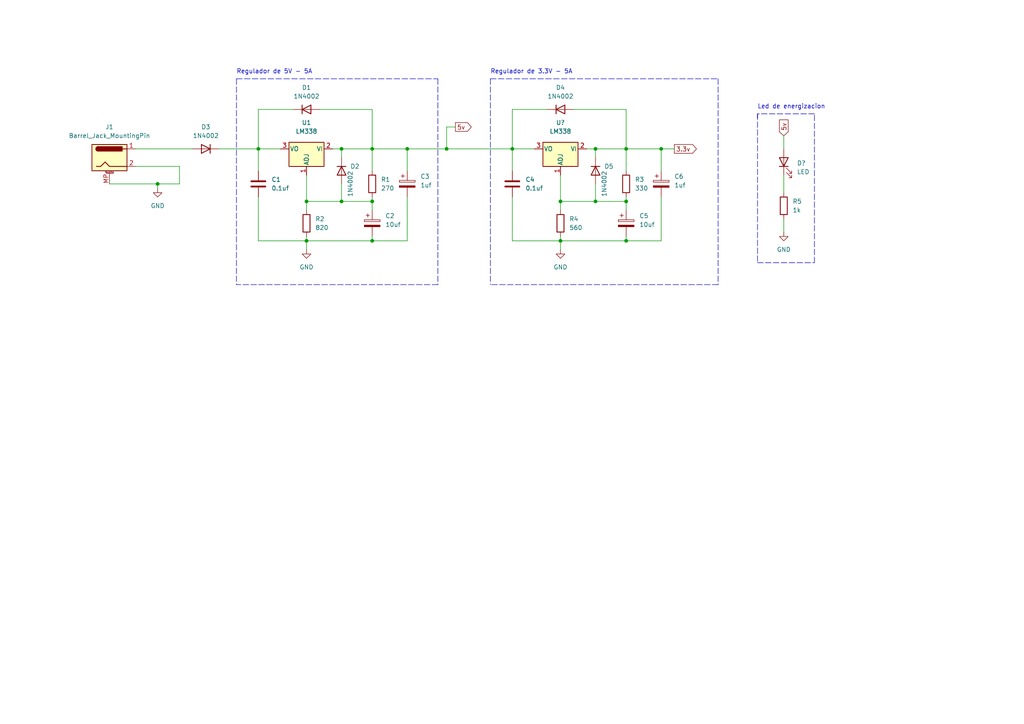
<source format=kicad_sch>
(kicad_sch (version 20211123) (generator eeschema)
  (paper "A4")
  (lib_symbols
    (symbol "Connector:Barrel_Jack_MountingPin" (pin_names hide)
      (property "Reference" "J" (at 0 5.334 0))
      (property "Value" "Barrel_Jack_MountingPin" (at 1.27 -6.35 0))
      (symbol "Barrel_Jack_MountingPin_0_1"
        (rectangle (start -5.08 3.81) (end 5.08 -3.81) (stroke (width 0.254)) (fill (type background)))
        (arc (start -3.302 3.175) (mid -3.937 2.54) (end -3.302 1.905) (stroke (width 0.254)))
        (arc (start -3.302 3.175) (mid -3.937 2.54) (end -3.302 1.905) (stroke (width 0.254)) (fill (type outline)))
        (polyline (pts (xy 5.08 2.54) (xy 3.81 2.54)) (stroke (width 0.254)))
        (polyline (pts (xy -3.81 -2.54) (xy -2.54 -2.54) (xy -1.27 -1.27) (xy 0 -2.54) (xy 2.54 -2.54) (xy 5.08 -2.54)) (stroke (width 0.254)))
        (rectangle (start 3.683 3.175) (end -3.302 1.905) (stroke (width 0.254)) (fill (type outline)))
      )
      (symbol "Barrel_Jack_MountingPin_1_1"
        (polyline (pts (xy -1.016 -4.572) (xy 1.016 -4.572)) (stroke (width 0.1524)))
        (text "Mounting" (at 0 -4.191 0) (effects (font (size 0.381 0.381))))
        (pin passive line (at 7.62 2.54 180) (length 2.54) (name "~") (number "1"))
        (pin passive line (at 7.62 -2.54 180) (length 2.54) (name "~") (number "2"))
        (pin passive line (at 0 -7.62 90) (length 3.048) (name "MountPin") (number "MP"))
      )
    )
    (symbol "Device:C" (pin_numbers hide) (pin_names (offset 0.254))
      (property "Reference" "C" (at 0.635 2.54 0))
      (property "Value" "C" (at 0.635 -2.54 0))
      (symbol "C_0_1"
        (polyline (pts (xy -2.032 -0.762) (xy 2.032 -0.762)) (stroke (width 0.508)))
        (polyline (pts (xy -2.032 0.762) (xy 2.032 0.762)) (stroke (width 0.508)))
      )
      (symbol "C_1_1"
        (pin passive line (at 0 3.81 270) (length 2.794) (name "~") (number "1"))
        (pin passive line (at 0 -3.81 90) (length 2.794) (name "~") (number "2"))
      )
    )
    (symbol "Device:C_Polarized" (pin_numbers hide) (pin_names (offset 0.254))
      (property "Reference" "C" (at 0.635 2.54 0))
      (property "Value" "C_Polarized" (at 0.635 -2.54 0))
      (symbol "C_Polarized_0_1"
        (rectangle (start -2.286 0.508) (end 2.286 1.016))
        (polyline (pts (xy -1.778 2.286) (xy -0.762 2.286)))
        (polyline (pts (xy -1.27 2.794) (xy -1.27 1.778)))
        (rectangle (start 2.286 -0.508) (end -2.286 -1.016) (fill (type outline)))
      )
      (symbol "C_Polarized_1_1"
        (pin passive line (at 0 3.81 270) (length 2.794) (name "~") (number "1"))
        (pin passive line (at 0 -3.81 90) (length 2.794) (name "~") (number "2"))
      )
    )
    (symbol "Device:LED" (pin_numbers hide) (pin_names (offset 1.016) hide)
      (property "Reference" "D" (at 0 2.54 0))
      (property "Value" "LED" (at 0 -2.54 0))
      (symbol "LED_0_1"
        (polyline (pts (xy -1.27 -1.27) (xy -1.27 1.27)) (stroke (width 0.254)))
        (polyline (pts (xy -1.27 0) (xy 1.27 0)))
        (polyline (pts (xy 1.27 -1.27) (xy 1.27 1.27) (xy -1.27 0) (xy 1.27 -1.27)) (stroke (width 0.254)))
        (polyline (pts (xy -3.048 -0.762) (xy -4.572 -2.286) (xy -3.81 -2.286) (xy -4.572 -2.286) (xy -4.572 -1.524)))
        (polyline (pts (xy -1.778 -0.762) (xy -3.302 -2.286) (xy -2.54 -2.286) (xy -3.302 -2.286) (xy -3.302 -1.524)))
      )
      (symbol "LED_1_1"
        (pin passive line (at -3.81 0 0) (length 2.54) (name "K") (number "1"))
        (pin passive line (at 3.81 0 180) (length 2.54) (name "A") (number "2"))
      )
    )
    (symbol "Device:R" (pin_numbers hide) (pin_names (offset 0))
      (property "Reference" "R" (at 2.032 0 90))
      (property "Value" "R" (at 0 0 90))
      (symbol "R_0_1"
        (rectangle (start -1.016 -2.54) (end 1.016 2.54) (stroke (width 0.254)))
      )
      (symbol "R_1_1"
        (pin passive line (at 0 3.81 270) (length 1.27) (name "~") (number "1"))
        (pin passive line (at 0 -3.81 90) (length 1.27) (name "~") (number "2"))
      )
    )
    (symbol "Diode:1N4002" (pin_numbers hide) (pin_names (offset 1.016) hide)
      (property "Reference" "D" (at 0 2.54 0))
      (property "Value" "1N4002" (at 0 -2.54 0))
      (symbol "1N4002_0_1"
        (polyline (pts (xy -1.27 1.27) (xy -1.27 -1.27)) (stroke (width 0.254)))
        (polyline (pts (xy 1.27 0) (xy -1.27 0)))
        (polyline (pts (xy 1.27 1.27) (xy 1.27 -1.27) (xy -1.27 0) (xy 1.27 1.27)) (stroke (width 0.254)))
      )
      (symbol "1N4002_1_1"
        (pin passive line (at -3.81 0 0) (length 2.54) (name "K") (number "1"))
        (pin passive line (at 3.81 0 180) (length 2.54) (name "A") (number "2"))
      )
    )
    (symbol "Regulator_Linear:LM337_TO220" (pin_names (offset 0.254))
      (property "Reference" "U" (at -3.81 -3.175 0))
      (property "Value" "LM337_TO220" (at 0 -3.175 0))
      (symbol "LM337_TO220_0_1"
        (rectangle (start -5.08 5.08) (end 5.08 -1.905) (stroke (width 0.254)) (fill (type background)))
      )
      (symbol "LM337_TO220_1_1"
        (pin input line (at 0 7.62 270) (length 2.54) (name "ADJ") (number "1"))
        (pin power_in line (at -7.62 0 0) (length 2.54) (name "VI") (number "2"))
        (pin power_out line (at 7.62 0 180) (length 2.54) (name "VO") (number "3"))
      )
    )
    (symbol "power:GND" (power) (pin_names (offset 0))
      (property "Value" "GND" (at 0 -3.81 0))
      (symbol "GND_0_1"
        (polyline (pts (xy 0 0) (xy 0 -1.27) (xy 1.27 -1.27) (xy 0 -2.54) (xy -1.27 -1.27) (xy 0 -1.27)))
      )
      (symbol "GND_1_1"
        (pin power_in line (at 0 0 270) (length 0) hide (name "GND") (number "1"))
      )
    )
  )
  (junction (at 172.72 43.18))
  (junction (at 162.56 58.42))
  (junction (at 107.95 43.18))
  (junction (at 129.54 43.18))
  (junction (at 162.56 69.85))
  (junction (at 191.77 43.18))
  (junction (at 172.72 58.42))
  (junction (at 181.61 69.85))
  (junction (at 45.72 53.34))
  (junction (at 99.06 58.42))
  (junction (at 88.9 69.85))
  (junction (at 118.11 43.18))
  (junction (at 99.06 43.18))
  (junction (at 107.95 58.42))
  (junction (at 88.9 58.42))
  (junction (at 107.95 69.85))
  (junction (at 181.61 43.18))
  (junction (at 148.59 43.18))
  (junction (at 74.93 43.18))
  (junction (at 181.61 58.42))
  (polyline (pts (xy 208.28 22.86) (xy 208.28 82.55)))
  (polyline (pts (xy 219.71 76.2) (xy 236.22 76.2)))
  (polyline (pts (xy 142.24 22.86) (xy 208.28 22.86)))
  (polyline (pts (xy 127 22.86) (xy 127 82.55)))
  (wire (pts (xy 181.61 69.85) (xy 191.77 69.85)))
  (wire (pts (xy 107.95 43.18) (xy 118.11 43.18)))
  (wire (pts (xy 148.59 57.15) (xy 148.59 69.85)))
  (wire (pts (xy 129.54 36.83) (xy 129.54 43.18)))
  (wire (pts (xy 107.95 57.15) (xy 107.95 58.42)))
  (wire (pts (xy 99.06 43.18) (xy 99.06 45.72)))
  (wire (pts (xy 166.37 31.75) (xy 181.61 31.75)))
  (wire (pts (xy 181.61 57.15) (xy 181.61 58.42)))
  (wire (pts (xy 107.95 68.58) (xy 107.95 69.85)))
  (wire (pts (xy 107.95 31.75) (xy 107.95 43.18)))
  (wire (pts (xy 92.71 31.75) (xy 107.95 31.75)))
  (wire (pts (xy 88.9 58.42) (xy 88.9 60.96)))
  (wire (pts (xy 107.95 69.85) (xy 118.11 69.85)))
  (polyline (pts (xy 219.71 33.02) (xy 219.71 76.2)))
  (wire (pts (xy 172.72 43.18) (xy 181.61 43.18)))
  (polyline (pts (xy 127 82.55) (xy 68.58 82.55)))
  (wire (pts (xy 63.5 43.18) (xy 74.93 43.18)))
  (wire (pts (xy 129.54 43.18) (xy 148.59 43.18)))
  (polyline (pts (xy 236.22 76.2) (xy 236.22 33.02)))
  (wire (pts (xy 181.61 31.75) (xy 181.61 43.18)))
  (wire (pts (xy 74.93 69.85) (xy 88.9 69.85)))
  (wire (pts (xy 88.9 69.85) (xy 107.95 69.85)))
  (polyline (pts (xy 68.58 22.86) (xy 68.58 82.55)))
  (wire (pts (xy 162.56 68.58) (xy 162.56 69.85)))
  (wire (pts (xy 227.33 39.37) (xy 227.33 43.18)))
  (wire (pts (xy 132.08 36.83) (xy 129.54 36.83)))
  (wire (pts (xy 172.72 58.42) (xy 181.61 58.42)))
  (wire (pts (xy 88.9 58.42) (xy 99.06 58.42)))
  (polyline (pts (xy 236.22 33.02) (xy 219.71 33.02)))
  (wire (pts (xy 107.95 43.18) (xy 107.95 49.53)))
  (wire (pts (xy 148.59 31.75) (xy 148.59 43.18)))
  (wire (pts (xy 181.61 43.18) (xy 181.61 49.53)))
  (wire (pts (xy 99.06 53.34) (xy 99.06 58.42)))
  (wire (pts (xy 162.56 69.85) (xy 181.61 69.85)))
  (wire (pts (xy 74.93 43.18) (xy 74.93 49.53)))
  (wire (pts (xy 74.93 31.75) (xy 74.93 43.18)))
  (wire (pts (xy 172.72 43.18) (xy 172.72 45.72)))
  (wire (pts (xy 181.61 43.18) (xy 191.77 43.18)))
  (wire (pts (xy 172.72 53.34) (xy 172.72 58.42)))
  (wire (pts (xy 191.77 43.18) (xy 195.58 43.18)))
  (wire (pts (xy 45.72 53.34) (xy 31.75 53.34)))
  (wire (pts (xy 118.11 43.18) (xy 129.54 43.18)))
  (wire (pts (xy 148.59 43.18) (xy 154.94 43.18)))
  (wire (pts (xy 88.9 68.58) (xy 88.9 69.85)))
  (wire (pts (xy 148.59 69.85) (xy 162.56 69.85)))
  (wire (pts (xy 39.37 43.18) (xy 55.88 43.18)))
  (wire (pts (xy 52.07 53.34) (xy 45.72 53.34)))
  (wire (pts (xy 158.75 31.75) (xy 148.59 31.75)))
  (wire (pts (xy 227.33 50.8) (xy 227.33 55.88)))
  (wire (pts (xy 45.72 53.34) (xy 45.72 54.61)))
  (wire (pts (xy 74.93 57.15) (xy 74.93 69.85)))
  (wire (pts (xy 85.09 31.75) (xy 74.93 31.75)))
  (wire (pts (xy 99.06 58.42) (xy 107.95 58.42)))
  (wire (pts (xy 162.56 50.8) (xy 162.56 58.42)))
  (wire (pts (xy 88.9 69.85) (xy 88.9 72.39)))
  (polyline (pts (xy 142.24 22.86) (xy 142.24 82.55)))
  (wire (pts (xy 227.33 63.5) (xy 227.33 67.31)))
  (wire (pts (xy 162.56 69.85) (xy 162.56 72.39)))
  (wire (pts (xy 162.56 58.42) (xy 162.56 60.96)))
  (wire (pts (xy 170.18 43.18) (xy 172.72 43.18)))
  (polyline (pts (xy 219.71 33.02) (xy 219.71 34.29)))
  (wire (pts (xy 181.61 68.58) (xy 181.61 69.85)))
  (wire (pts (xy 52.07 48.26) (xy 52.07 53.34)))
  (polyline (pts (xy 68.58 22.86) (xy 127 22.86)))
  (wire (pts (xy 191.77 43.18) (xy 191.77 49.53)))
  (polyline (pts (xy 208.28 82.55) (xy 142.24 82.55)))
  (wire (pts (xy 162.56 58.42) (xy 172.72 58.42)))
  (wire (pts (xy 148.59 43.18) (xy 148.59 49.53)))
  (wire (pts (xy 107.95 58.42) (xy 107.95 60.96)))
  (wire (pts (xy 39.37 48.26) (xy 52.07 48.26)))
  (wire (pts (xy 191.77 57.15) (xy 191.77 69.85)))
  (wire (pts (xy 96.52 43.18) (xy 99.06 43.18)))
  (wire (pts (xy 99.06 43.18) (xy 107.95 43.18)))
  (wire (pts (xy 181.61 58.42) (xy 181.61 60.96)))
  (wire (pts (xy 118.11 43.18) (xy 118.11 49.53)))
  (wire (pts (xy 88.9 50.8) (xy 88.9 58.42)))
  (wire (pts (xy 74.93 43.18) (xy 81.28 43.18)))
  (wire (pts (xy 118.11 57.15) (xy 118.11 69.85)))
  (text "Led de energizacion" (at 219.71 31.75 0) (effects (font (size 1.27 1.27)) (justify left bottom)))
  (text "Regulador de 5V - 5A" (at 68.58 21.59 0) (effects (font (size 1.27 1.27)) (justify left bottom)))
  (text "Regulador de 3.3V - 5A" (at 142.24 21.59 0) (effects (font (size 1.27 1.27)) (justify left bottom)))
  (global_label "3.3v" (shape output) (at 195.58 43.18 0) (property "Intersheet References" "${INTERSHEET_REFS}" (effects hide)))
  (global_label "5v" (shape input) (at 227.33 39.37 90) (property "Intersheet References" "${INTERSHEET_REFS}" (effects hide)))
  (global_label "5v" (shape output) (at 132.08 36.83 0) (property "Intersheet References" "${INTERSHEET_REFS}" (effects hide)))
  (symbol (lib_id "Diode:1N4002") (at 99.06 49.53 270) (unit 1)
    (property "Reference" "D2" (at 101.6 48.26 90) (effects (justify left)))
    (property "Value" "1N4002" (at 101.6 49.53 0) (effects (justify left)))
    (property "Footprint" "Diode_THT:D_DO-41_SOD81_P10.16mm_Horizontal" (effects hide))
    (property "Datasheet" "http://www.vishay.com/docs/88503/1n4001.pdf" (effects hide))
  )
  (symbol (lib_id "Device:C_Polarized") (at 181.61 64.77 0) (unit 1)
    (property "Reference" "C5" (at 185.42 62.6109 0) (effects (justify left)))
    (property "Value" "10uf" (at 185.42 65.1509 0) (effects (justify left)))
  )
  (symbol (lib_id "Diode:1N4002") (at 162.56 31.75 0) (unit 1)
    (property "Reference" "D4" (at 162.56 25.4 0))
    (property "Value" "1N4002" (at 162.56 27.94 0))
    (property "Footprint" "Diode_THT:D_DO-41_SOD81_P10.16mm_Horizontal" (effects hide))
    (property "Datasheet" "http://www.vishay.com/docs/88503/1n4001.pdf" (effects hide))
  )
  (symbol (lib_id "Regulator_Linear:LM337_TO220") (at 162.56 43.18 180) (unit 1)
    (property "Reference" "U?" (at 162.56 35.56 0))
    (property "Value" "LM338" (at 162.56 38.1 0))
    (property "Footprint" "Package_TO_SOT_THT:TO-220-3_Vertical" (effects hide))
    (property "Datasheet" "http://www.ti.com/lit/ds/symlink/lm337-n.pdf" (effects hide))
  )
  (symbol (lib_id "Device:C") (at 148.59 53.34 0) (unit 1)
    (property "Reference" "C4" (at 152.4 52.0699 0) (effects (justify left)))
    (property "Value" "0.1uf" (at 152.4 54.6099 0) (effects (justify left)))
  )
  (symbol (lib_id "power:GND") (at 162.56 72.39 0) (unit 1)
    (property "Reference" "#PWR?" (effects hide))
    (property "Value" "GND" (at 162.56 77.47 0))
  )
  (symbol (lib_id "power:GND") (at 88.9 72.39 0) (unit 1)
    (property "Reference" "#PWR?" (effects hide))
    (property "Value" "GND" (at 88.9 77.47 0))
  )
  (symbol (lib_id "Diode:1N4002") (at 88.9 31.75 0) (unit 1)
    (property "Reference" "D1" (at 88.9 25.4 0))
    (property "Value" "1N4002" (at 88.9 27.94 0))
    (property "Footprint" "Diode_THT:D_DO-41_SOD81_P10.16mm_Horizontal" (effects hide))
    (property "Datasheet" "http://www.vishay.com/docs/88503/1n4001.pdf" (effects hide))
  )
  (symbol (lib_id "power:GND") (at 227.33 67.31 0) (unit 1)
    (property "Reference" "#PWR?" (effects hide))
    (property "Value" "GND" (at 227.33 72.39 0))
  )
  (symbol (lib_id "Device:LED") (at 227.33 46.99 90) (unit 1)
    (property "Reference" "D?" (at 231.14 47.3074 90) (effects (justify right)))
    (property "Value" "LED" (at 231.14 49.8474 90) (effects (justify right)))
  )
  (symbol (lib_id "Device:C_Polarized") (at 191.77 53.34 0) (unit 1)
    (property "Reference" "C6" (at 195.58 51.1809 0) (effects (justify left)))
    (property "Value" "1uf" (at 195.58 53.7209 0) (effects (justify left)))
  )
  (symbol (lib_id "Connector:Barrel_Jack_MountingPin") (at 31.75 45.72 0) (unit 1)
    (property "Reference" "J1" (at 31.75 36.83 0))
    (property "Value" "Barrel_Jack_MountingPin" (at 31.75 39.37 0))
  )
  (symbol (lib_id "Device:R") (at 181.61 53.34 0) (unit 1)
    (property "Reference" "R3" (at 184.15 52.0699 0) (effects (justify left)))
    (property "Value" "330" (at 184.15 54.6099 0) (effects (justify left)))
  )
  (symbol (lib_id "Device:C_Polarized") (at 118.11 53.34 0) (unit 1)
    (property "Reference" "C3" (at 121.92 51.1809 0) (effects (justify left)))
    (property "Value" "1uf" (at 121.92 53.7209 0) (effects (justify left)))
  )
  (symbol (lib_id "Device:C_Polarized") (at 107.95 64.77 0) (unit 1)
    (property "Reference" "C2" (at 111.76 62.6109 0) (effects (justify left)))
    (property "Value" "10uf" (at 111.76 65.1509 0) (effects (justify left)))
  )
  (symbol (lib_id "Diode:1N4002") (at 59.69 43.18 180) (unit 1)
    (property "Reference" "D3" (at 59.69 36.83 0))
    (property "Value" "1N4002" (at 59.69 39.37 0))
    (property "Footprint" "Diode_THT:D_DO-41_SOD81_P10.16mm_Horizontal" (effects hide))
    (property "Datasheet" "http://www.vishay.com/docs/88503/1n4001.pdf" (effects hide))
  )
  (symbol (lib_id "Device:R") (at 162.56 64.77 0) (unit 1)
    (property "Reference" "R4" (at 165.1 63.4999 0) (effects (justify left)))
    (property "Value" "560" (at 165.1 66.0399 0) (effects (justify left)))
  )
  (symbol (lib_id "Device:C") (at 74.93 53.34 0) (unit 1)
    (property "Reference" "C1" (at 78.74 52.0699 0) (effects (justify left)))
    (property "Value" "0.1uf" (at 78.74 54.6099 0) (effects (justify left)))
  )
  (symbol (lib_id "Device:R") (at 227.33 59.69 0) (unit 1)
    (property "Reference" "R5" (at 229.87 58.4199 0) (effects (justify left)))
    (property "Value" "1k" (at 229.87 60.9599 0) (effects (justify left)))
  )
  (symbol (lib_id "Device:R") (at 88.9 64.77 0) (unit 1)
    (property "Reference" "R2" (at 91.44 63.4999 0) (effects (justify left)))
    (property "Value" "820" (at 91.44 66.0399 0) (effects (justify left)))
  )
  (symbol (lib_id "Diode:1N4002") (at 172.72 49.53 270) (unit 1)
    (property "Reference" "D5" (at 175.26 48.26 90) (effects (justify left)))
    (property "Value" "1N4002" (at 175.26 49.53 0) (effects (justify left)))
    (property "Footprint" "Diode_THT:D_DO-41_SOD81_P10.16mm_Horizontal" (effects hide))
    (property "Datasheet" "http://www.vishay.com/docs/88503/1n4001.pdf" (effects hide))
  )
  (symbol (lib_id "Regulator_Linear:LM337_TO220") (at 88.9 43.18 180) (unit 1)
    (property "Reference" "U1" (at 88.9 35.56 0))
    (property "Value" "LM338" (at 88.9 38.1 0))
    (property "Footprint" "Package_TO_SOT_THT:TO-220-3_Vertical" (effects hide))
    (property "Datasheet" "http://www.ti.com/lit/ds/symlink/lm337-n.pdf" (effects hide))
  )
  (symbol (lib_id "power:GND") (at 45.72 54.61 0) (unit 1)
    (property "Reference" "#PWR?" (effects hide))
    (property "Value" "GND" (at 45.72 59.69 0))
  )
  (symbol (lib_id "Device:R") (at 107.95 53.34 0) (unit 1)
    (property "Reference" "R1" (at 110.49 52.0699 0) (effects (justify left)))
    (property "Value" "270" (at 110.49 54.6099 0) (effects (justify left)))
  )
)
</source>
